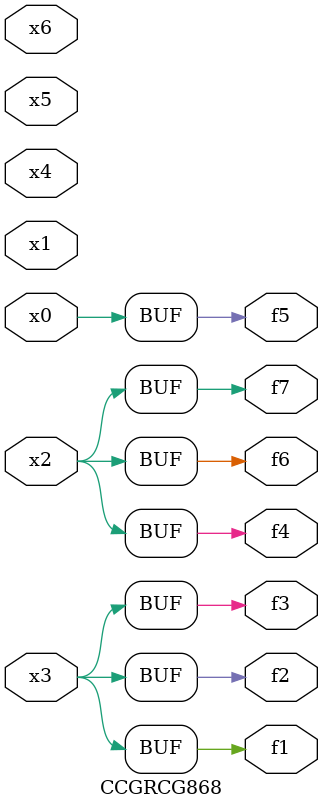
<source format=v>
module CCGRCG868(
	input x0, x1, x2, x3, x4, x5, x6,
	output f1, f2, f3, f4, f5, f6, f7
);
	assign f1 = x3;
	assign f2 = x3;
	assign f3 = x3;
	assign f4 = x2;
	assign f5 = x0;
	assign f6 = x2;
	assign f7 = x2;
endmodule

</source>
